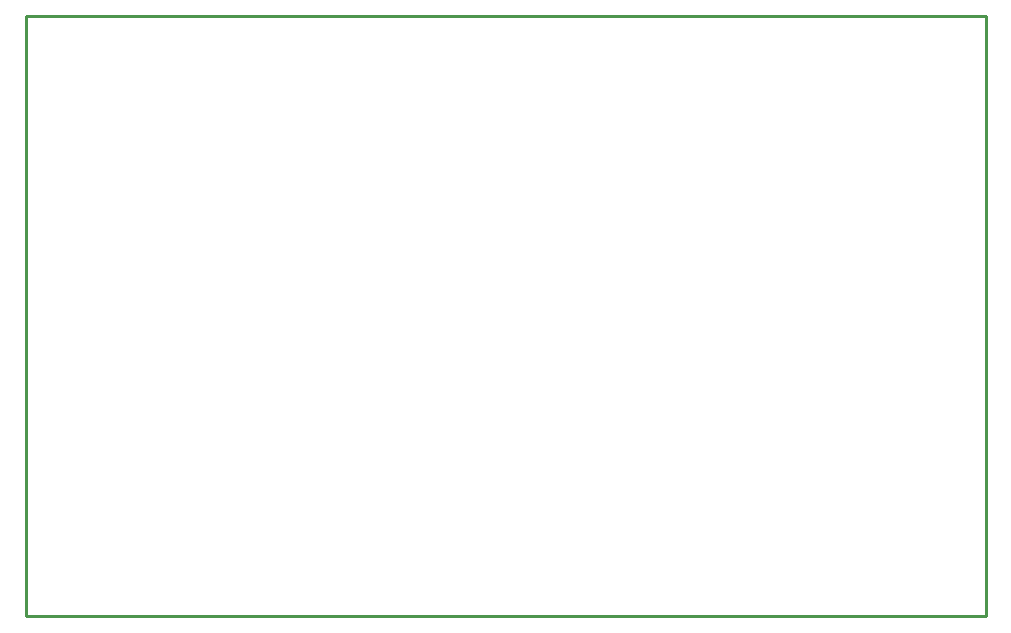
<source format=gbr>
G04 start of page 4 for group 2 idx 2 *
G04 Title: (unknown), outline *
G04 Creator: pcb 20140316 *
G04 CreationDate: Tue 26 Feb 2019 04:39:58 AM GMT UTC *
G04 For: railfan *
G04 Format: Gerber/RS-274X *
G04 PCB-Dimensions (mil): 3200.00 2000.00 *
G04 PCB-Coordinate-Origin: lower left *
%MOIN*%
%FSLAX25Y25*%
%LNOUTLINE*%
%ADD45C,0.0100*%
G54D45*X0Y200000D02*X285500D01*
Y0D02*X0D01*
Y200000D01*
X284500Y0D02*X320000D01*
Y200000D01*
X252500D01*
M02*

</source>
